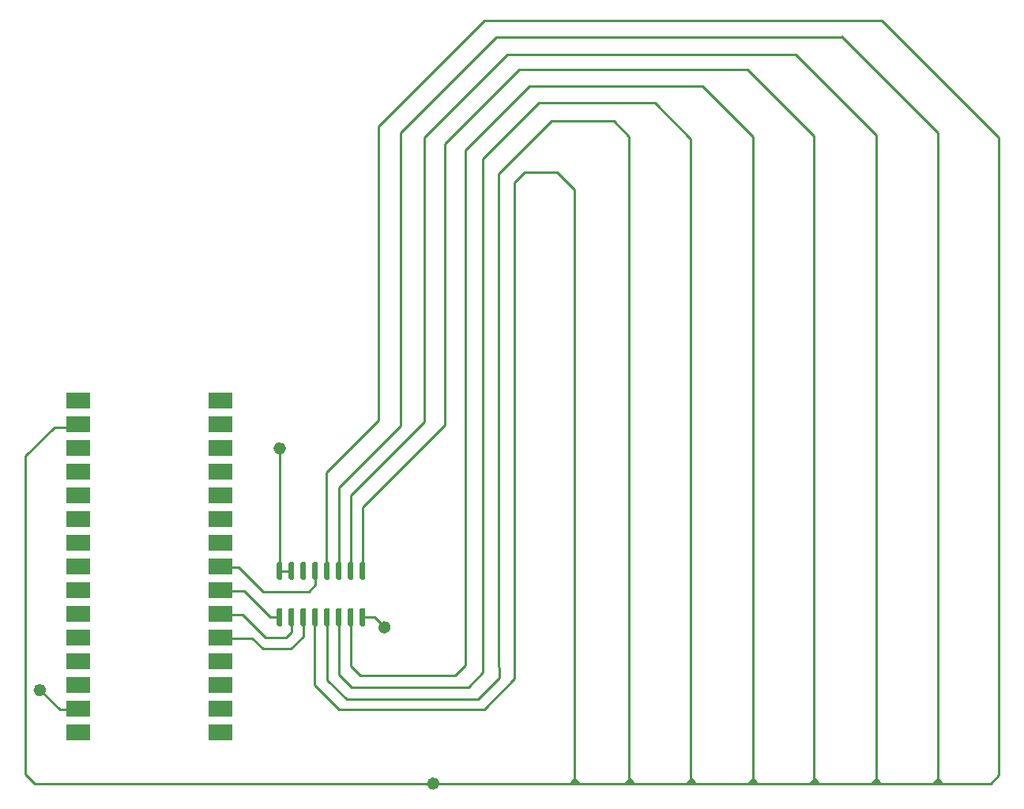
<source format=gbr>
%TF.GenerationSoftware,KiCad,Pcbnew,(6.0.7)*%
%TF.CreationDate,2022-11-13T19:08:48-05:00*%
%TF.ProjectId,single_layer_prototype,73696e67-6c65-45f6-9c61-7965725f7072,rev?*%
%TF.SameCoordinates,Original*%
%TF.FileFunction,Copper,L1,Top*%
%TF.FilePolarity,Positive*%
%FSLAX46Y46*%
G04 Gerber Fmt 4.6, Leading zero omitted, Abs format (unit mm)*
G04 Created by KiCad (PCBNEW (6.0.7)) date 2022-11-13 19:08:48*
%MOMM*%
%LPD*%
G01*
G04 APERTURE LIST*
%TA.AperFunction,NonConductor*%
%ADD10C,0.667961*%
%TD*%
%TA.AperFunction,SMDPad,CuDef*%
%ADD11R,2.500000X1.750000*%
%TD*%
%TA.AperFunction,ViaPad*%
%ADD12C,0.710000*%
%TD*%
%TA.AperFunction,Conductor*%
%ADD13C,0.250000*%
%TD*%
G04 APERTURE END LIST*
D10*
X117106941Y-104927400D02*
G75*
G03*
X117106941Y-104927400I-333980J0D01*
G01*
X105870980Y-85741239D02*
G75*
G03*
X105870980Y-85741239I-333980J0D01*
G01*
X80168951Y-111643781D02*
G75*
G03*
X80168951Y-111643781I-333980J0D01*
G01*
X122330180Y-121656839D02*
G75*
G03*
X122330180Y-121656839I-333980J0D01*
G01*
%TO.P,U1,16,Vcc*%
%TO.N,Net-(A1-Pad17)*%
%TA.AperFunction,SMDPad,CuDef*%
G36*
G01*
X114277000Y-102846000D02*
X114577000Y-102846000D01*
G75*
G02*
X114727000Y-102996000I0J-150000D01*
G01*
X114727000Y-104646000D01*
G75*
G02*
X114577000Y-104796000I-150000J0D01*
G01*
X114277000Y-104796000D01*
G75*
G02*
X114127000Y-104646000I0J150000D01*
G01*
X114127000Y-102996000D01*
G75*
G02*
X114277000Y-102846000I150000J0D01*
G01*
G37*
%TD.AperFunction*%
%TO.P,U1,15,D4*%
%TO.N,unconnected-(U1-Pad15)*%
%TA.AperFunction,SMDPad,CuDef*%
G36*
G01*
X113007000Y-102846000D02*
X113307000Y-102846000D01*
G75*
G02*
X113457000Y-102996000I0J-150000D01*
G01*
X113457000Y-104646000D01*
G75*
G02*
X113307000Y-104796000I-150000J0D01*
G01*
X113007000Y-104796000D01*
G75*
G02*
X112857000Y-104646000I0J150000D01*
G01*
X112857000Y-102996000D01*
G75*
G02*
X113007000Y-102846000I150000J0D01*
G01*
G37*
%TD.AperFunction*%
%TO.P,U1,14,D5*%
%TO.N,unconnected-(U1-Pad14)*%
%TA.AperFunction,SMDPad,CuDef*%
G36*
G01*
X111737000Y-102846000D02*
X112037000Y-102846000D01*
G75*
G02*
X112187000Y-102996000I0J-150000D01*
G01*
X112187000Y-104646000D01*
G75*
G02*
X112037000Y-104796000I-150000J0D01*
G01*
X111737000Y-104796000D01*
G75*
G02*
X111587000Y-104646000I0J150000D01*
G01*
X111587000Y-102996000D01*
G75*
G02*
X111737000Y-102846000I150000J0D01*
G01*
G37*
%TD.AperFunction*%
%TO.P,U1,13,D6*%
%TO.N,unconnected-(U1-Pad13)*%
%TA.AperFunction,SMDPad,CuDef*%
G36*
G01*
X110467000Y-102846000D02*
X110767000Y-102846000D01*
G75*
G02*
X110917000Y-102996000I0J-150000D01*
G01*
X110917000Y-104646000D01*
G75*
G02*
X110767000Y-104796000I-150000J0D01*
G01*
X110467000Y-104796000D01*
G75*
G02*
X110317000Y-104646000I0J150000D01*
G01*
X110317000Y-102996000D01*
G75*
G02*
X110467000Y-102846000I150000J0D01*
G01*
G37*
%TD.AperFunction*%
%TO.P,U1,12,D7*%
%TO.N,unconnected-(U1-Pad12)*%
%TA.AperFunction,SMDPad,CuDef*%
G36*
G01*
X109197000Y-102846000D02*
X109497000Y-102846000D01*
G75*
G02*
X109647000Y-102996000I0J-150000D01*
G01*
X109647000Y-104646000D01*
G75*
G02*
X109497000Y-104796000I-150000J0D01*
G01*
X109197000Y-104796000D01*
G75*
G02*
X109047000Y-104646000I0J150000D01*
G01*
X109047000Y-102996000D01*
G75*
G02*
X109197000Y-102846000I150000J0D01*
G01*
G37*
%TD.AperFunction*%
%TO.P,U1,11,A*%
%TO.N,Net-(A1-Pad5)*%
%TA.AperFunction,SMDPad,CuDef*%
G36*
G01*
X107927000Y-102846000D02*
X108227000Y-102846000D01*
G75*
G02*
X108377000Y-102996000I0J-150000D01*
G01*
X108377000Y-104646000D01*
G75*
G02*
X108227000Y-104796000I-150000J0D01*
G01*
X107927000Y-104796000D01*
G75*
G02*
X107777000Y-104646000I0J150000D01*
G01*
X107777000Y-102996000D01*
G75*
G02*
X107927000Y-102846000I150000J0D01*
G01*
G37*
%TD.AperFunction*%
%TO.P,U1,10,B*%
%TO.N,Net-(A1-Pad6)*%
%TA.AperFunction,SMDPad,CuDef*%
G36*
G01*
X106657000Y-102846000D02*
X106957000Y-102846000D01*
G75*
G02*
X107107000Y-102996000I0J-150000D01*
G01*
X107107000Y-104646000D01*
G75*
G02*
X106957000Y-104796000I-150000J0D01*
G01*
X106657000Y-104796000D01*
G75*
G02*
X106507000Y-104646000I0J150000D01*
G01*
X106507000Y-102996000D01*
G75*
G02*
X106657000Y-102846000I150000J0D01*
G01*
G37*
%TD.AperFunction*%
%TO.P,U1,9,C*%
%TO.N,Net-(A1-Pad7)*%
%TA.AperFunction,SMDPad,CuDef*%
G36*
G01*
X105387000Y-102846000D02*
X105687000Y-102846000D01*
G75*
G02*
X105837000Y-102996000I0J-150000D01*
G01*
X105837000Y-104646000D01*
G75*
G02*
X105687000Y-104796000I-150000J0D01*
G01*
X105387000Y-104796000D01*
G75*
G02*
X105237000Y-104646000I0J150000D01*
G01*
X105237000Y-102996000D01*
G75*
G02*
X105387000Y-102846000I150000J0D01*
G01*
G37*
%TD.AperFunction*%
%TO.P,U1,8,GND*%
%TO.N,GND*%
%TA.AperFunction,SMDPad,CuDef*%
G36*
G01*
X105387000Y-97896000D02*
X105687000Y-97896000D01*
G75*
G02*
X105837000Y-98046000I0J-150000D01*
G01*
X105837000Y-99696000D01*
G75*
G02*
X105687000Y-99846000I-150000J0D01*
G01*
X105387000Y-99846000D01*
G75*
G02*
X105237000Y-99696000I0J150000D01*
G01*
X105237000Y-98046000D01*
G75*
G02*
X105387000Y-97896000I150000J0D01*
G01*
G37*
%TD.AperFunction*%
%TO.P,U1,7,G'*%
%TA.AperFunction,SMDPad,CuDef*%
G36*
G01*
X106657000Y-97896000D02*
X106957000Y-97896000D01*
G75*
G02*
X107107000Y-98046000I0J-150000D01*
G01*
X107107000Y-99696000D01*
G75*
G02*
X106957000Y-99846000I-150000J0D01*
G01*
X106657000Y-99846000D01*
G75*
G02*
X106507000Y-99696000I0J150000D01*
G01*
X106507000Y-98046000D01*
G75*
G02*
X106657000Y-97896000I150000J0D01*
G01*
G37*
%TD.AperFunction*%
%TO.P,U1,6,W*%
%TO.N,unconnected-(U1-Pad6)*%
%TA.AperFunction,SMDPad,CuDef*%
G36*
G01*
X107927000Y-97896000D02*
X108227000Y-97896000D01*
G75*
G02*
X108377000Y-98046000I0J-150000D01*
G01*
X108377000Y-99696000D01*
G75*
G02*
X108227000Y-99846000I-150000J0D01*
G01*
X107927000Y-99846000D01*
G75*
G02*
X107777000Y-99696000I0J150000D01*
G01*
X107777000Y-98046000D01*
G75*
G02*
X107927000Y-97896000I150000J0D01*
G01*
G37*
%TD.AperFunction*%
%TO.P,U1,5,Y*%
%TO.N,Net-(A1-Pad8)*%
%TA.AperFunction,SMDPad,CuDef*%
G36*
G01*
X109197000Y-97896000D02*
X109497000Y-97896000D01*
G75*
G02*
X109647000Y-98046000I0J-150000D01*
G01*
X109647000Y-99696000D01*
G75*
G02*
X109497000Y-99846000I-150000J0D01*
G01*
X109197000Y-99846000D01*
G75*
G02*
X109047000Y-99696000I0J150000D01*
G01*
X109047000Y-98046000D01*
G75*
G02*
X109197000Y-97896000I150000J0D01*
G01*
G37*
%TD.AperFunction*%
%TO.P,U1,4,D0*%
%TO.N,unconnected-(U1-Pad4)*%
%TA.AperFunction,SMDPad,CuDef*%
G36*
G01*
X110467000Y-97896000D02*
X110767000Y-97896000D01*
G75*
G02*
X110917000Y-98046000I0J-150000D01*
G01*
X110917000Y-99696000D01*
G75*
G02*
X110767000Y-99846000I-150000J0D01*
G01*
X110467000Y-99846000D01*
G75*
G02*
X110317000Y-99696000I0J150000D01*
G01*
X110317000Y-98046000D01*
G75*
G02*
X110467000Y-97896000I150000J0D01*
G01*
G37*
%TD.AperFunction*%
%TO.P,U1,3,D1*%
%TO.N,unconnected-(U1-Pad3)*%
%TA.AperFunction,SMDPad,CuDef*%
G36*
G01*
X111737000Y-97896000D02*
X112037000Y-97896000D01*
G75*
G02*
X112187000Y-98046000I0J-150000D01*
G01*
X112187000Y-99696000D01*
G75*
G02*
X112037000Y-99846000I-150000J0D01*
G01*
X111737000Y-99846000D01*
G75*
G02*
X111587000Y-99696000I0J150000D01*
G01*
X111587000Y-98046000D01*
G75*
G02*
X111737000Y-97896000I150000J0D01*
G01*
G37*
%TD.AperFunction*%
%TO.P,U1,2,D2*%
%TO.N,unconnected-(U1-Pad2)*%
%TA.AperFunction,SMDPad,CuDef*%
G36*
G01*
X113007000Y-97896000D02*
X113307000Y-97896000D01*
G75*
G02*
X113457000Y-98046000I0J-150000D01*
G01*
X113457000Y-99696000D01*
G75*
G02*
X113307000Y-99846000I-150000J0D01*
G01*
X113007000Y-99846000D01*
G75*
G02*
X112857000Y-99696000I0J150000D01*
G01*
X112857000Y-98046000D01*
G75*
G02*
X113007000Y-97896000I150000J0D01*
G01*
G37*
%TD.AperFunction*%
%TO.P,U1,1,D3*%
%TO.N,unconnected-(U1-Pad1)*%
%TA.AperFunction,SMDPad,CuDef*%
G36*
G01*
X114277000Y-97896000D02*
X114577000Y-97896000D01*
G75*
G02*
X114727000Y-98046000I0J-150000D01*
G01*
X114727000Y-99696000D01*
G75*
G02*
X114577000Y-99846000I-150000J0D01*
G01*
X114277000Y-99846000D01*
G75*
G02*
X114127000Y-99696000I0J150000D01*
G01*
X114127000Y-98046000D01*
G75*
G02*
X114277000Y-97896000I150000J0D01*
G01*
G37*
%TD.AperFunction*%
%TD*%
D11*
%TO.P,A1,1,D1/TX*%
%TO.N,unconnected-(A1-Pad1)*%
X99177000Y-116205000D03*
%TO.P,A1,2,D0/RX*%
%TO.N,unconnected-(A1-Pad2)*%
X99177000Y-113665000D03*
%TO.P,A1,3,~{RESET}*%
%TO.N,unconnected-(A1-Pad3)*%
X99177000Y-111125000D03*
%TO.P,A1,4,GND*%
%TO.N,GND*%
X99177000Y-108585000D03*
%TO.P,A1,5,D2*%
%TO.N,Net-(A1-Pad5)*%
X99177000Y-106045000D03*
%TO.P,A1,6,D3*%
%TO.N,Net-(A1-Pad6)*%
X99177000Y-103505000D03*
%TO.P,A1,7,D4*%
%TO.N,Net-(A1-Pad7)*%
X99177000Y-100965000D03*
%TO.P,A1,8,D5*%
%TO.N,Net-(A1-Pad8)*%
X99177000Y-98425000D03*
%TO.P,A1,9,D6*%
%TO.N,unconnected-(A1-Pad9)*%
X99177000Y-95885000D03*
%TO.P,A1,10,D7*%
%TO.N,unconnected-(A1-Pad10)*%
X99177000Y-93345000D03*
%TO.P,A1,11,D8*%
%TO.N,unconnected-(A1-Pad11)*%
X99177000Y-90805000D03*
%TO.P,A1,12,D9*%
%TO.N,unconnected-(A1-Pad12)*%
X99177000Y-88265000D03*
%TO.P,A1,13,D10*%
%TO.N,unconnected-(A1-Pad13)*%
X99177000Y-85725000D03*
%TO.P,A1,14,D11*%
%TO.N,unconnected-(A1-Pad14)*%
X99177000Y-83185000D03*
%TO.P,A1,15,D12*%
%TO.N,unconnected-(A1-Pad15)*%
X99177000Y-80645000D03*
%TO.P,A1,16,D13*%
%TO.N,unconnected-(A1-Pad16)*%
X83937000Y-80645000D03*
%TO.P,A1,17,3V3*%
%TO.N,Net-(A1-Pad17)*%
X83937000Y-83185000D03*
%TO.P,A1,18,AREF*%
%TO.N,unconnected-(A1-Pad18)*%
X83937000Y-85725000D03*
%TO.P,A1,19,A0*%
%TO.N,unconnected-(A1-Pad19)*%
X83937000Y-88265000D03*
%TO.P,A1,20,A1*%
%TO.N,unconnected-(A1-Pad20)*%
X83937000Y-90805000D03*
%TO.P,A1,21,A2*%
%TO.N,unconnected-(A1-Pad21)*%
X83937000Y-93345000D03*
%TO.P,A1,22,A3*%
%TO.N,unconnected-(A1-Pad22)*%
X83937000Y-95885000D03*
%TO.P,A1,23,A4*%
%TO.N,unconnected-(A1-Pad23)*%
X83937000Y-98425000D03*
%TO.P,A1,24,A5*%
%TO.N,unconnected-(A1-Pad24)*%
X83937000Y-100965000D03*
%TO.P,A1,25,A6*%
%TO.N,unconnected-(A1-Pad25)*%
X83937000Y-103505000D03*
%TO.P,A1,26,A7*%
%TO.N,unconnected-(A1-Pad26)*%
X83937000Y-106045000D03*
%TO.P,A1,27,+5V*%
%TO.N,unconnected-(A1-Pad27)*%
X83937000Y-108585000D03*
%TO.P,A1,28,~{RESET}*%
%TO.N,unconnected-(A1-Pad28)*%
X83937000Y-111125000D03*
%TO.P,A1,29,GND*%
%TO.N,GND*%
X83937000Y-113665000D03*
%TO.P,A1,30,VIN*%
%TO.N,unconnected-(A1-Pad30)*%
X83937000Y-116205000D03*
%TD*%
D12*
%TO.N,*%
X116772961Y-104927400D03*
X105537000Y-85741239D03*
X79834971Y-111643781D03*
X121996200Y-121656839D03*
%TD*%
D13*
%TO.N,unconnected-(U1-Pad2)*%
X81407000Y-83464400D02*
X83212400Y-83464400D01*
X78310971Y-86560429D02*
X81407000Y-83464400D01*
X78310971Y-120685371D02*
X78310971Y-86560429D01*
X181711600Y-121666000D02*
X79291600Y-121666000D01*
X79291600Y-121666000D02*
X78310971Y-120685371D01*
X182600600Y-120777000D02*
X181711600Y-121666000D01*
%TO.N,Net-(A1-Pad17)*%
X115682800Y-103821000D02*
X116789200Y-104927400D01*
X114427000Y-103821000D02*
X115682800Y-103821000D01*
%TO.N,GND*%
X105537000Y-98871000D02*
X105537000Y-85674200D01*
%TO.N,unconnected-(U1-Pad2)*%
X114427000Y-92049600D02*
X114427000Y-98780600D01*
X123215400Y-53134112D02*
X123215400Y-83261200D01*
X130160956Y-46188556D02*
X123215400Y-53134112D01*
X130160956Y-46188556D02*
X128806171Y-47543342D01*
X123215400Y-83261200D02*
X114427000Y-92049600D01*
X131219171Y-45130342D02*
X130160956Y-46188556D01*
X121031000Y-82880200D02*
X113157000Y-90754200D01*
X121031000Y-52448314D02*
X121031000Y-82880200D01*
X127468557Y-46010757D02*
X121031000Y-52448314D01*
X127468557Y-46010757D02*
X127053571Y-46425742D01*
X129923771Y-43555542D02*
X127468557Y-46010757D01*
X113157000Y-90754200D02*
X113157000Y-98780600D01*
X111887000Y-89966800D02*
X111887000Y-98780600D01*
X118491000Y-51914912D02*
X118491000Y-83362800D01*
X126947856Y-43458056D02*
X118491000Y-51914912D01*
X118491000Y-83362800D02*
X111887000Y-89966800D01*
X126947856Y-43458056D02*
X125529571Y-44876342D01*
X128729971Y-41675942D02*
X126947856Y-43458056D01*
X110566200Y-88290400D02*
X110566200Y-98780600D01*
X116154200Y-82702400D02*
X110566200Y-88290400D01*
X116154200Y-51229112D02*
X116154200Y-82702400D01*
X125373056Y-42010256D02*
X116154200Y-51229112D01*
X127510771Y-39872542D02*
X125373056Y-42010256D01*
X125373056Y-42010256D02*
X124411971Y-42971342D01*
X113182400Y-109093000D02*
X113182400Y-103835200D01*
X114173000Y-110083600D02*
X113182400Y-109093000D01*
X124333000Y-110083600D02*
X114173000Y-110083600D01*
X125450600Y-108966000D02*
X124333000Y-110083600D01*
X125450600Y-53743712D02*
X125450600Y-108966000D01*
X130999156Y-48195156D02*
X125450600Y-53743712D01*
X130999156Y-48195156D02*
X130558771Y-48635542D01*
X132311371Y-46882942D02*
X130999156Y-48195156D01*
X111861600Y-109956600D02*
X111861600Y-103835200D01*
X113233200Y-111328200D02*
X111861600Y-109956600D01*
X125755400Y-111328200D02*
X113233200Y-111328200D01*
X127330200Y-109753400D02*
X125755400Y-111328200D01*
X127330200Y-54683512D02*
X127330200Y-109753400D01*
X133043856Y-48969856D02*
X127330200Y-54683512D01*
X133043856Y-48969856D02*
X132133571Y-49880142D01*
X133301971Y-48711742D02*
X133043856Y-48969856D01*
X110642400Y-110591600D02*
X110642400Y-103835200D01*
X126771400Y-112649000D02*
X112699800Y-112649000D01*
X129082800Y-110337600D02*
X126771400Y-112649000D01*
X129082800Y-109220000D02*
X129082800Y-110337600D01*
X112699800Y-112649000D02*
X110642400Y-110591600D01*
X129032000Y-109169200D02*
X129082800Y-109220000D01*
X129032000Y-56311800D02*
X129032000Y-109169200D01*
X133809971Y-51533829D02*
X129032000Y-56311800D01*
X133809971Y-51531142D02*
X133809971Y-51533829D01*
X134698971Y-50642142D02*
X133809971Y-51531142D01*
X141328371Y-50642142D02*
X134698971Y-50642142D01*
X142983659Y-52297430D02*
X141328371Y-50642142D01*
X142983659Y-121055230D02*
X142983659Y-52297430D01*
X109296200Y-111125000D02*
X109296200Y-103835200D01*
X111887000Y-113715800D02*
X109296200Y-111125000D01*
X127431800Y-113715800D02*
X111887000Y-113715800D01*
X130708400Y-110439200D02*
X127431800Y-113715800D01*
X130708400Y-57226200D02*
X130708400Y-110439200D01*
X131826000Y-56108600D02*
X130708400Y-57226200D01*
X135255000Y-56108600D02*
X131826000Y-56108600D01*
X137160000Y-58013600D02*
X135255000Y-56108600D01*
X137160000Y-121158000D02*
X137160000Y-58013600D01*
%TO.N,Net-(A1-Pad8)*%
X108635800Y-101066600D02*
X103784400Y-101066600D01*
X109347000Y-100355400D02*
X108635800Y-101066600D01*
X103784400Y-101066600D02*
X101168200Y-98450400D01*
X109347000Y-99273151D02*
X109347000Y-100355400D01*
X109372400Y-99247751D02*
X109347000Y-99273151D01*
X101168200Y-98450400D02*
X99253200Y-98450400D01*
X109372400Y-98871000D02*
X109372400Y-99247751D01*
%TO.N,GND*%
X105562400Y-98871000D02*
X106832400Y-98871000D01*
%TO.N,Net-(A1-Pad5)*%
X102590600Y-106070400D02*
X99253200Y-106070400D01*
X103759000Y-107238800D02*
X102590600Y-106070400D01*
X108077000Y-105918000D02*
X106756200Y-107238800D01*
X106756200Y-107238800D02*
X103759000Y-107238800D01*
X108077000Y-103795600D02*
X108077000Y-105918000D01*
%TO.N,Net-(A1-Pad6)*%
X106807000Y-105460800D02*
X106248200Y-106019600D01*
X104038400Y-106019600D02*
X101549200Y-103530400D01*
X106807000Y-103795600D02*
X106807000Y-105460800D01*
X106248200Y-106019600D02*
X104038400Y-106019600D01*
X101549200Y-103530400D02*
X99253200Y-103530400D01*
%TO.N,Net-(A1-Pad7)*%
X101701600Y-100990400D02*
X99253200Y-100990400D01*
X104506800Y-103795600D02*
X101701600Y-100990400D01*
X105537000Y-103795600D02*
X104506800Y-103795600D01*
%TO.N,GND*%
X81993971Y-113735742D02*
X79834971Y-111576742D01*
X82755971Y-113735742D02*
X81993971Y-113735742D01*
%TO.N,unconnected-(U1-Pad2)*%
X137411229Y-121544458D02*
X136903229Y-121544458D01*
X170174175Y-39872542D02*
X127510771Y-39872542D01*
X156240858Y-121671458D02*
X156260800Y-121651516D01*
X149885400Y-121539000D02*
X149377400Y-121539000D01*
X169442561Y-121199732D02*
X169442561Y-52137132D01*
X149631400Y-121158000D02*
X150012400Y-121539000D01*
X136776229Y-121544458D02*
X137157229Y-121163458D01*
X145719800Y-48711742D02*
X133301971Y-48711742D01*
X162966400Y-121412000D02*
X162712400Y-121666000D01*
X143027400Y-121412000D02*
X142773400Y-121666000D01*
X176072800Y-121221458D02*
X176047400Y-121221458D01*
X137157229Y-121417458D02*
X136903229Y-121671458D01*
X162839400Y-121158000D02*
X163220400Y-121539000D01*
X176047400Y-121158000D02*
X176428400Y-121539000D01*
X155704771Y-45130342D02*
X131219171Y-45130342D01*
X170072575Y-39914746D02*
X182603371Y-52445542D01*
X137030229Y-121544458D02*
X137157229Y-121417458D01*
X137157229Y-121163458D02*
X137538229Y-121544458D01*
X169443400Y-121221458D02*
X169448922Y-121221458D01*
X149608771Y-121482742D02*
X149608771Y-52600713D01*
X176047400Y-121412000D02*
X175793400Y-121666000D01*
X176428400Y-121539000D02*
X175920400Y-121539000D01*
X165661571Y-41675942D02*
X128729971Y-41675942D01*
X156616400Y-121539000D02*
X156108400Y-121539000D01*
X143027400Y-121158000D02*
X143408400Y-121539000D01*
X156108400Y-121539000D02*
X156235400Y-121412000D01*
X169316400Y-121539000D02*
X169443400Y-121412000D01*
X169442561Y-52137132D02*
X160860971Y-43555542D01*
X182603371Y-52445542D02*
X182603371Y-120720742D01*
X165758883Y-41595454D02*
X176050171Y-51886742D01*
X149250400Y-121539000D02*
X149631400Y-121158000D01*
X156238171Y-121646058D02*
X156238171Y-52307175D01*
X156235400Y-121158000D02*
X156616400Y-121539000D01*
X176050171Y-51886742D02*
X176050171Y-121216000D01*
X175920400Y-121539000D02*
X176047400Y-121412000D01*
X142900400Y-121539000D02*
X143027400Y-121412000D01*
X150813938Y-46882942D02*
X132311371Y-46882942D01*
X142646400Y-121539000D02*
X143027400Y-121158000D01*
X169697400Y-121539000D02*
X169189400Y-121539000D01*
X149608771Y-52600713D02*
X145719800Y-48711742D01*
X149504400Y-121539000D02*
X149631400Y-121412000D01*
X169443400Y-121158000D02*
X169824400Y-121539000D01*
X149631400Y-121412000D02*
X149377400Y-121666000D01*
X143281400Y-121539000D02*
X142773400Y-121539000D01*
X156362400Y-121412000D02*
X156108400Y-121666000D01*
X169448922Y-121221458D02*
X169465190Y-121205190D01*
X169570400Y-121412000D02*
X169316400Y-121666000D01*
X175666400Y-121539000D02*
X176047400Y-121158000D01*
X163093400Y-121539000D02*
X162585400Y-121539000D01*
X162816771Y-121127142D02*
X162816771Y-52242342D01*
X137157229Y-121214258D02*
X137161517Y-121209970D01*
X156238171Y-52307175D02*
X150813938Y-46882942D01*
X162458400Y-121539000D02*
X162839400Y-121158000D01*
X162712400Y-121539000D02*
X162839400Y-121412000D01*
X169062400Y-121539000D02*
X169443400Y-121158000D01*
X155854400Y-121539000D02*
X156235400Y-121158000D01*
X160860971Y-43555542D02*
X129923771Y-43555542D01*
X162816771Y-52242342D02*
X155704771Y-45130342D01*
%TD*%
M02*

</source>
